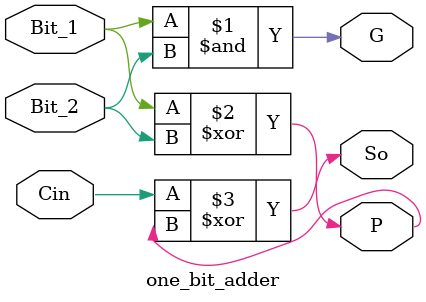
<source format=v>
`timescale 1ns/1ns
module one_bit_adder(
    input   Bit_1, Bit_2,
    input   Cin,
    output  So,
    output  G, P
    );

    assign G = Bit_1 & Bit_2;
    assign P = Bit_1 ^ Bit_2;
    assign So = Cin ^ P;
endmodule

</source>
